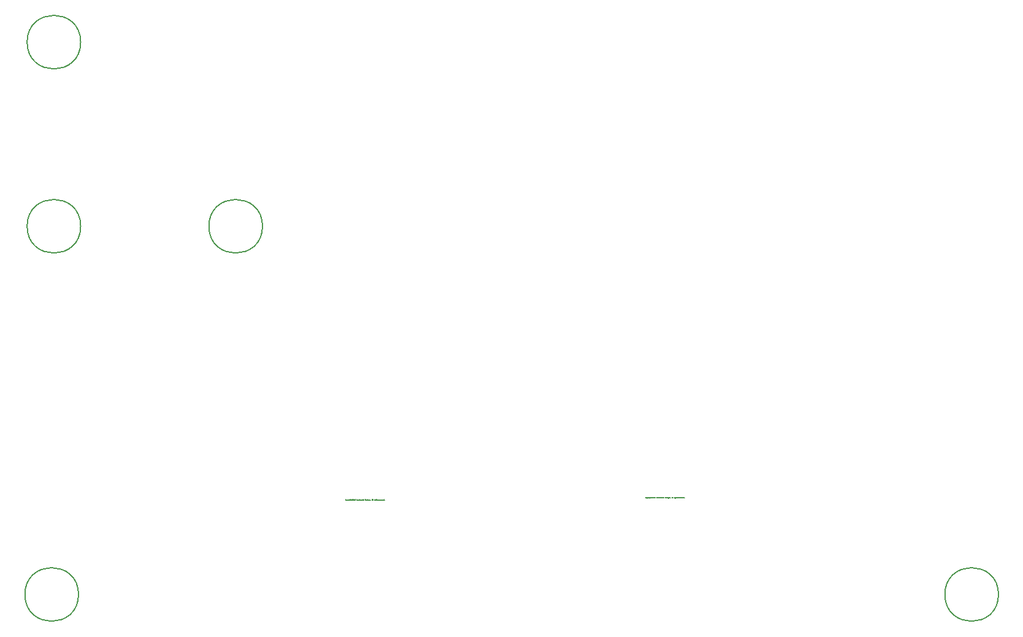
<source format=gbr>
%TF.GenerationSoftware,KiCad,Pcbnew,(6.0.6)*%
%TF.CreationDate,2022-07-22T12:53:21-04:00*%
%TF.ProjectId,BBB_16,4242425f-3136-42e6-9b69-6361645f7063,v2*%
%TF.SameCoordinates,Original*%
%TF.FileFunction,Other,Comment*%
%FSLAX46Y46*%
G04 Gerber Fmt 4.6, Leading zero omitted, Abs format (unit mm)*
G04 Created by KiCad (PCBNEW (6.0.6)) date 2022-07-22 12:53:21*
%MOMM*%
%LPD*%
G01*
G04 APERTURE LIST*
%ADD10C,0.002000*%
%ADD11C,0.150000*%
G04 APERTURE END LIST*
D10*
%TO.C,U4*%
X163096166Y-103770157D02*
X163090119Y-103776204D01*
X163071976Y-103782252D01*
X163059880Y-103782252D01*
X163041738Y-103776204D01*
X163029642Y-103764109D01*
X163023595Y-103752014D01*
X163017547Y-103727823D01*
X163017547Y-103709680D01*
X163023595Y-103685490D01*
X163029642Y-103673395D01*
X163041738Y-103661300D01*
X163059880Y-103655252D01*
X163071976Y-103655252D01*
X163090119Y-103661300D01*
X163096166Y-103667347D01*
X163168738Y-103782252D02*
X163156642Y-103776204D01*
X163150595Y-103770157D01*
X163144547Y-103758061D01*
X163144547Y-103721776D01*
X163150595Y-103709680D01*
X163156642Y-103703633D01*
X163168738Y-103697585D01*
X163186880Y-103697585D01*
X163198976Y-103703633D01*
X163205023Y-103709680D01*
X163211071Y-103721776D01*
X163211071Y-103758061D01*
X163205023Y-103770157D01*
X163198976Y-103776204D01*
X163186880Y-103782252D01*
X163168738Y-103782252D01*
X163265500Y-103697585D02*
X163265500Y-103824585D01*
X163265500Y-103703633D02*
X163277595Y-103697585D01*
X163301785Y-103697585D01*
X163313880Y-103703633D01*
X163319928Y-103709680D01*
X163325976Y-103721776D01*
X163325976Y-103758061D01*
X163319928Y-103770157D01*
X163313880Y-103776204D01*
X163301785Y-103782252D01*
X163277595Y-103782252D01*
X163265500Y-103776204D01*
X163368309Y-103697585D02*
X163398547Y-103782252D01*
X163428785Y-103697585D02*
X163398547Y-103782252D01*
X163386452Y-103812490D01*
X163380404Y-103818538D01*
X163368309Y-103824585D01*
X163477166Y-103782252D02*
X163477166Y-103697585D01*
X163477166Y-103721776D02*
X163483214Y-103709680D01*
X163489261Y-103703633D01*
X163501357Y-103697585D01*
X163513452Y-103697585D01*
X163555785Y-103782252D02*
X163555785Y-103697585D01*
X163555785Y-103655252D02*
X163549738Y-103661300D01*
X163555785Y-103667347D01*
X163561833Y-103661300D01*
X163555785Y-103655252D01*
X163555785Y-103667347D01*
X163670690Y-103697585D02*
X163670690Y-103800395D01*
X163664642Y-103812490D01*
X163658595Y-103818538D01*
X163646500Y-103824585D01*
X163628357Y-103824585D01*
X163616261Y-103818538D01*
X163670690Y-103776204D02*
X163658595Y-103782252D01*
X163634404Y-103782252D01*
X163622309Y-103776204D01*
X163616261Y-103770157D01*
X163610214Y-103758061D01*
X163610214Y-103721776D01*
X163616261Y-103709680D01*
X163622309Y-103703633D01*
X163634404Y-103697585D01*
X163658595Y-103697585D01*
X163670690Y-103703633D01*
X163731166Y-103782252D02*
X163731166Y-103655252D01*
X163785595Y-103782252D02*
X163785595Y-103715728D01*
X163779547Y-103703633D01*
X163767452Y-103697585D01*
X163749309Y-103697585D01*
X163737214Y-103703633D01*
X163731166Y-103709680D01*
X163827928Y-103697585D02*
X163876309Y-103697585D01*
X163846071Y-103655252D02*
X163846071Y-103764109D01*
X163852119Y-103776204D01*
X163864214Y-103782252D01*
X163876309Y-103782252D01*
X164009357Y-103667347D02*
X164015404Y-103661300D01*
X164027500Y-103655252D01*
X164057738Y-103655252D01*
X164069833Y-103661300D01*
X164075880Y-103667347D01*
X164081928Y-103679442D01*
X164081928Y-103691538D01*
X164075880Y-103709680D01*
X164003309Y-103782252D01*
X164081928Y-103782252D01*
X164160547Y-103655252D02*
X164172642Y-103655252D01*
X164184738Y-103661300D01*
X164190785Y-103667347D01*
X164196833Y-103679442D01*
X164202880Y-103703633D01*
X164202880Y-103733871D01*
X164196833Y-103758061D01*
X164190785Y-103770157D01*
X164184738Y-103776204D01*
X164172642Y-103782252D01*
X164160547Y-103782252D01*
X164148452Y-103776204D01*
X164142404Y-103770157D01*
X164136357Y-103758061D01*
X164130309Y-103733871D01*
X164130309Y-103703633D01*
X164136357Y-103679442D01*
X164142404Y-103667347D01*
X164148452Y-103661300D01*
X164160547Y-103655252D01*
X164323833Y-103782252D02*
X164251261Y-103782252D01*
X164287547Y-103782252D02*
X164287547Y-103655252D01*
X164275452Y-103673395D01*
X164263357Y-103685490D01*
X164251261Y-103691538D01*
X164432690Y-103655252D02*
X164408500Y-103655252D01*
X164396404Y-103661300D01*
X164390357Y-103667347D01*
X164378261Y-103685490D01*
X164372214Y-103709680D01*
X164372214Y-103758061D01*
X164378261Y-103770157D01*
X164384309Y-103776204D01*
X164396404Y-103782252D01*
X164420595Y-103782252D01*
X164432690Y-103776204D01*
X164438738Y-103770157D01*
X164444785Y-103758061D01*
X164444785Y-103727823D01*
X164438738Y-103715728D01*
X164432690Y-103709680D01*
X164420595Y-103703633D01*
X164396404Y-103703633D01*
X164384309Y-103709680D01*
X164378261Y-103715728D01*
X164372214Y-103727823D01*
X164589928Y-103745966D02*
X164650404Y-103745966D01*
X164577833Y-103782252D02*
X164620166Y-103655252D01*
X164662500Y-103782252D01*
X164759261Y-103776204D02*
X164747166Y-103782252D01*
X164722976Y-103782252D01*
X164710880Y-103776204D01*
X164704833Y-103770157D01*
X164698785Y-103758061D01*
X164698785Y-103721776D01*
X164704833Y-103709680D01*
X164710880Y-103703633D01*
X164722976Y-103697585D01*
X164747166Y-103697585D01*
X164759261Y-103703633D01*
X164868119Y-103776204D02*
X164856023Y-103782252D01*
X164831833Y-103782252D01*
X164819738Y-103776204D01*
X164813690Y-103770157D01*
X164807642Y-103758061D01*
X164807642Y-103721776D01*
X164813690Y-103709680D01*
X164819738Y-103703633D01*
X164831833Y-103697585D01*
X164856023Y-103697585D01*
X164868119Y-103703633D01*
X164970928Y-103776204D02*
X164958833Y-103782252D01*
X164934642Y-103782252D01*
X164922547Y-103776204D01*
X164916500Y-103764109D01*
X164916500Y-103715728D01*
X164922547Y-103703633D01*
X164934642Y-103697585D01*
X164958833Y-103697585D01*
X164970928Y-103703633D01*
X164976976Y-103715728D01*
X164976976Y-103727823D01*
X164916500Y-103739919D01*
X165049547Y-103782252D02*
X165037452Y-103776204D01*
X165031404Y-103764109D01*
X165031404Y-103655252D01*
X165146309Y-103776204D02*
X165134214Y-103782252D01*
X165110023Y-103782252D01*
X165097928Y-103776204D01*
X165091880Y-103764109D01*
X165091880Y-103715728D01*
X165097928Y-103703633D01*
X165110023Y-103697585D01*
X165134214Y-103697585D01*
X165146309Y-103703633D01*
X165152357Y-103715728D01*
X165152357Y-103727823D01*
X165091880Y-103739919D01*
X165206785Y-103782252D02*
X165206785Y-103697585D01*
X165206785Y-103721776D02*
X165212833Y-103709680D01*
X165218880Y-103703633D01*
X165230976Y-103697585D01*
X165243071Y-103697585D01*
X165339833Y-103782252D02*
X165339833Y-103715728D01*
X165333785Y-103703633D01*
X165321690Y-103697585D01*
X165297500Y-103697585D01*
X165285404Y-103703633D01*
X165339833Y-103776204D02*
X165327738Y-103782252D01*
X165297500Y-103782252D01*
X165285404Y-103776204D01*
X165279357Y-103764109D01*
X165279357Y-103752014D01*
X165285404Y-103739919D01*
X165297500Y-103733871D01*
X165327738Y-103733871D01*
X165339833Y-103727823D01*
X165382166Y-103697585D02*
X165430547Y-103697585D01*
X165400309Y-103655252D02*
X165400309Y-103764109D01*
X165406357Y-103776204D01*
X165418452Y-103782252D01*
X165430547Y-103782252D01*
X165521261Y-103776204D02*
X165509166Y-103782252D01*
X165484976Y-103782252D01*
X165472880Y-103776204D01*
X165466833Y-103764109D01*
X165466833Y-103715728D01*
X165472880Y-103703633D01*
X165484976Y-103697585D01*
X165509166Y-103697585D01*
X165521261Y-103703633D01*
X165527309Y-103715728D01*
X165527309Y-103727823D01*
X165466833Y-103739919D01*
X165636166Y-103782252D02*
X165636166Y-103655252D01*
X165636166Y-103776204D02*
X165624071Y-103782252D01*
X165599880Y-103782252D01*
X165587785Y-103776204D01*
X165581738Y-103770157D01*
X165575690Y-103758061D01*
X165575690Y-103721776D01*
X165581738Y-103709680D01*
X165587785Y-103703633D01*
X165599880Y-103697585D01*
X165624071Y-103697585D01*
X165636166Y-103703633D01*
X165793404Y-103782252D02*
X165793404Y-103655252D01*
X165823642Y-103655252D01*
X165841785Y-103661300D01*
X165853880Y-103673395D01*
X165859928Y-103685490D01*
X165865976Y-103709680D01*
X165865976Y-103727823D01*
X165859928Y-103752014D01*
X165853880Y-103764109D01*
X165841785Y-103776204D01*
X165823642Y-103782252D01*
X165793404Y-103782252D01*
X165968785Y-103776204D02*
X165956690Y-103782252D01*
X165932500Y-103782252D01*
X165920404Y-103776204D01*
X165914357Y-103764109D01*
X165914357Y-103715728D01*
X165920404Y-103703633D01*
X165932500Y-103697585D01*
X165956690Y-103697585D01*
X165968785Y-103703633D01*
X165974833Y-103715728D01*
X165974833Y-103727823D01*
X165914357Y-103739919D01*
X166023214Y-103776204D02*
X166035309Y-103782252D01*
X166059500Y-103782252D01*
X166071595Y-103776204D01*
X166077642Y-103764109D01*
X166077642Y-103758061D01*
X166071595Y-103745966D01*
X166059500Y-103739919D01*
X166041357Y-103739919D01*
X166029261Y-103733871D01*
X166023214Y-103721776D01*
X166023214Y-103715728D01*
X166029261Y-103703633D01*
X166041357Y-103697585D01*
X166059500Y-103697585D01*
X166071595Y-103703633D01*
X166132071Y-103782252D02*
X166132071Y-103697585D01*
X166132071Y-103655252D02*
X166126023Y-103661300D01*
X166132071Y-103667347D01*
X166138119Y-103661300D01*
X166132071Y-103655252D01*
X166132071Y-103667347D01*
X166246976Y-103697585D02*
X166246976Y-103800395D01*
X166240928Y-103812490D01*
X166234880Y-103818538D01*
X166222785Y-103824585D01*
X166204642Y-103824585D01*
X166192547Y-103818538D01*
X166246976Y-103776204D02*
X166234880Y-103782252D01*
X166210690Y-103782252D01*
X166198595Y-103776204D01*
X166192547Y-103770157D01*
X166186500Y-103758061D01*
X166186500Y-103721776D01*
X166192547Y-103709680D01*
X166198595Y-103703633D01*
X166210690Y-103697585D01*
X166234880Y-103697585D01*
X166246976Y-103703633D01*
X166307452Y-103697585D02*
X166307452Y-103782252D01*
X166307452Y-103709680D02*
X166313500Y-103703633D01*
X166325595Y-103697585D01*
X166343738Y-103697585D01*
X166355833Y-103703633D01*
X166361880Y-103715728D01*
X166361880Y-103782252D01*
X166416309Y-103776204D02*
X166428404Y-103782252D01*
X166452595Y-103782252D01*
X166464690Y-103776204D01*
X166470738Y-103764109D01*
X166470738Y-103758061D01*
X166464690Y-103745966D01*
X166452595Y-103739919D01*
X166434452Y-103739919D01*
X166422357Y-103733871D01*
X166416309Y-103721776D01*
X166416309Y-103715728D01*
X166422357Y-103703633D01*
X166434452Y-103697585D01*
X166452595Y-103697585D01*
X166464690Y-103703633D01*
X166525166Y-103770157D02*
X166531214Y-103776204D01*
X166525166Y-103782252D01*
X166519119Y-103776204D01*
X166525166Y-103770157D01*
X166525166Y-103782252D01*
X166676357Y-103745966D02*
X166736833Y-103745966D01*
X166664261Y-103782252D02*
X166706595Y-103655252D01*
X166748928Y-103782252D01*
X166809404Y-103782252D02*
X166797309Y-103776204D01*
X166791261Y-103764109D01*
X166791261Y-103655252D01*
X166875928Y-103782252D02*
X166863833Y-103776204D01*
X166857785Y-103764109D01*
X166857785Y-103655252D01*
X167021071Y-103782252D02*
X167021071Y-103697585D01*
X167021071Y-103721776D02*
X167027119Y-103709680D01*
X167033166Y-103703633D01*
X167045261Y-103697585D01*
X167057357Y-103697585D01*
X167099690Y-103782252D02*
X167099690Y-103697585D01*
X167099690Y-103655252D02*
X167093642Y-103661300D01*
X167099690Y-103667347D01*
X167105738Y-103661300D01*
X167099690Y-103655252D01*
X167099690Y-103667347D01*
X167214595Y-103697585D02*
X167214595Y-103800395D01*
X167208547Y-103812490D01*
X167202500Y-103818538D01*
X167190404Y-103824585D01*
X167172261Y-103824585D01*
X167160166Y-103818538D01*
X167214595Y-103776204D02*
X167202500Y-103782252D01*
X167178309Y-103782252D01*
X167166214Y-103776204D01*
X167160166Y-103770157D01*
X167154119Y-103758061D01*
X167154119Y-103721776D01*
X167160166Y-103709680D01*
X167166214Y-103703633D01*
X167178309Y-103697585D01*
X167202500Y-103697585D01*
X167214595Y-103703633D01*
X167275071Y-103782252D02*
X167275071Y-103655252D01*
X167329500Y-103782252D02*
X167329500Y-103715728D01*
X167323452Y-103703633D01*
X167311357Y-103697585D01*
X167293214Y-103697585D01*
X167281119Y-103703633D01*
X167275071Y-103709680D01*
X167371833Y-103697585D02*
X167420214Y-103697585D01*
X167389976Y-103655252D02*
X167389976Y-103764109D01*
X167396023Y-103776204D01*
X167408119Y-103782252D01*
X167420214Y-103782252D01*
X167456500Y-103776204D02*
X167468595Y-103782252D01*
X167492785Y-103782252D01*
X167504880Y-103776204D01*
X167510928Y-103764109D01*
X167510928Y-103758061D01*
X167504880Y-103745966D01*
X167492785Y-103739919D01*
X167474642Y-103739919D01*
X167462547Y-103733871D01*
X167456500Y-103721776D01*
X167456500Y-103715728D01*
X167462547Y-103703633D01*
X167474642Y-103697585D01*
X167492785Y-103697585D01*
X167504880Y-103703633D01*
X167662119Y-103782252D02*
X167662119Y-103697585D01*
X167662119Y-103721776D02*
X167668166Y-103709680D01*
X167674214Y-103703633D01*
X167686309Y-103697585D01*
X167698404Y-103697585D01*
X167789119Y-103776204D02*
X167777023Y-103782252D01*
X167752833Y-103782252D01*
X167740738Y-103776204D01*
X167734690Y-103764109D01*
X167734690Y-103715728D01*
X167740738Y-103703633D01*
X167752833Y-103697585D01*
X167777023Y-103697585D01*
X167789119Y-103703633D01*
X167795166Y-103715728D01*
X167795166Y-103727823D01*
X167734690Y-103739919D01*
X167843547Y-103776204D02*
X167855642Y-103782252D01*
X167879833Y-103782252D01*
X167891928Y-103776204D01*
X167897976Y-103764109D01*
X167897976Y-103758061D01*
X167891928Y-103745966D01*
X167879833Y-103739919D01*
X167861690Y-103739919D01*
X167849595Y-103733871D01*
X167843547Y-103721776D01*
X167843547Y-103715728D01*
X167849595Y-103703633D01*
X167861690Y-103697585D01*
X167879833Y-103697585D01*
X167891928Y-103703633D01*
X168000785Y-103776204D02*
X167988690Y-103782252D01*
X167964500Y-103782252D01*
X167952404Y-103776204D01*
X167946357Y-103764109D01*
X167946357Y-103715728D01*
X167952404Y-103703633D01*
X167964500Y-103697585D01*
X167988690Y-103697585D01*
X168000785Y-103703633D01*
X168006833Y-103715728D01*
X168006833Y-103727823D01*
X167946357Y-103739919D01*
X168061261Y-103782252D02*
X168061261Y-103697585D01*
X168061261Y-103721776D02*
X168067309Y-103709680D01*
X168073357Y-103703633D01*
X168085452Y-103697585D01*
X168097547Y-103697585D01*
X168127785Y-103697585D02*
X168158023Y-103782252D01*
X168188261Y-103697585D01*
X168285023Y-103776204D02*
X168272928Y-103782252D01*
X168248738Y-103782252D01*
X168236642Y-103776204D01*
X168230595Y-103764109D01*
X168230595Y-103715728D01*
X168236642Y-103703633D01*
X168248738Y-103697585D01*
X168272928Y-103697585D01*
X168285023Y-103703633D01*
X168291071Y-103715728D01*
X168291071Y-103727823D01*
X168230595Y-103739919D01*
X168399928Y-103782252D02*
X168399928Y-103655252D01*
X168399928Y-103776204D02*
X168387833Y-103782252D01*
X168363642Y-103782252D01*
X168351547Y-103776204D01*
X168345500Y-103770157D01*
X168339452Y-103758061D01*
X168339452Y-103721776D01*
X168345500Y-103709680D01*
X168351547Y-103703633D01*
X168363642Y-103697585D01*
X168387833Y-103697585D01*
X168399928Y-103703633D01*
X168460404Y-103770157D02*
X168466452Y-103776204D01*
X168460404Y-103782252D01*
X168454357Y-103776204D01*
X168460404Y-103770157D01*
X168460404Y-103782252D01*
%TO.C,U3*%
X121696166Y-104095157D02*
X121690119Y-104101204D01*
X121671976Y-104107252D01*
X121659880Y-104107252D01*
X121641738Y-104101204D01*
X121629642Y-104089109D01*
X121623595Y-104077014D01*
X121617547Y-104052823D01*
X121617547Y-104034680D01*
X121623595Y-104010490D01*
X121629642Y-103998395D01*
X121641738Y-103986300D01*
X121659880Y-103980252D01*
X121671976Y-103980252D01*
X121690119Y-103986300D01*
X121696166Y-103992347D01*
X121768738Y-104107252D02*
X121756642Y-104101204D01*
X121750595Y-104095157D01*
X121744547Y-104083061D01*
X121744547Y-104046776D01*
X121750595Y-104034680D01*
X121756642Y-104028633D01*
X121768738Y-104022585D01*
X121786880Y-104022585D01*
X121798976Y-104028633D01*
X121805023Y-104034680D01*
X121811071Y-104046776D01*
X121811071Y-104083061D01*
X121805023Y-104095157D01*
X121798976Y-104101204D01*
X121786880Y-104107252D01*
X121768738Y-104107252D01*
X121865500Y-104022585D02*
X121865500Y-104149585D01*
X121865500Y-104028633D02*
X121877595Y-104022585D01*
X121901785Y-104022585D01*
X121913880Y-104028633D01*
X121919928Y-104034680D01*
X121925976Y-104046776D01*
X121925976Y-104083061D01*
X121919928Y-104095157D01*
X121913880Y-104101204D01*
X121901785Y-104107252D01*
X121877595Y-104107252D01*
X121865500Y-104101204D01*
X121968309Y-104022585D02*
X121998547Y-104107252D01*
X122028785Y-104022585D02*
X121998547Y-104107252D01*
X121986452Y-104137490D01*
X121980404Y-104143538D01*
X121968309Y-104149585D01*
X122077166Y-104107252D02*
X122077166Y-104022585D01*
X122077166Y-104046776D02*
X122083214Y-104034680D01*
X122089261Y-104028633D01*
X122101357Y-104022585D01*
X122113452Y-104022585D01*
X122155785Y-104107252D02*
X122155785Y-104022585D01*
X122155785Y-103980252D02*
X122149738Y-103986300D01*
X122155785Y-103992347D01*
X122161833Y-103986300D01*
X122155785Y-103980252D01*
X122155785Y-103992347D01*
X122270690Y-104022585D02*
X122270690Y-104125395D01*
X122264642Y-104137490D01*
X122258595Y-104143538D01*
X122246500Y-104149585D01*
X122228357Y-104149585D01*
X122216261Y-104143538D01*
X122270690Y-104101204D02*
X122258595Y-104107252D01*
X122234404Y-104107252D01*
X122222309Y-104101204D01*
X122216261Y-104095157D01*
X122210214Y-104083061D01*
X122210214Y-104046776D01*
X122216261Y-104034680D01*
X122222309Y-104028633D01*
X122234404Y-104022585D01*
X122258595Y-104022585D01*
X122270690Y-104028633D01*
X122331166Y-104107252D02*
X122331166Y-103980252D01*
X122385595Y-104107252D02*
X122385595Y-104040728D01*
X122379547Y-104028633D01*
X122367452Y-104022585D01*
X122349309Y-104022585D01*
X122337214Y-104028633D01*
X122331166Y-104034680D01*
X122427928Y-104022585D02*
X122476309Y-104022585D01*
X122446071Y-103980252D02*
X122446071Y-104089109D01*
X122452119Y-104101204D01*
X122464214Y-104107252D01*
X122476309Y-104107252D01*
X122609357Y-103992347D02*
X122615404Y-103986300D01*
X122627500Y-103980252D01*
X122657738Y-103980252D01*
X122669833Y-103986300D01*
X122675880Y-103992347D01*
X122681928Y-104004442D01*
X122681928Y-104016538D01*
X122675880Y-104034680D01*
X122603309Y-104107252D01*
X122681928Y-104107252D01*
X122760547Y-103980252D02*
X122772642Y-103980252D01*
X122784738Y-103986300D01*
X122790785Y-103992347D01*
X122796833Y-104004442D01*
X122802880Y-104028633D01*
X122802880Y-104058871D01*
X122796833Y-104083061D01*
X122790785Y-104095157D01*
X122784738Y-104101204D01*
X122772642Y-104107252D01*
X122760547Y-104107252D01*
X122748452Y-104101204D01*
X122742404Y-104095157D01*
X122736357Y-104083061D01*
X122730309Y-104058871D01*
X122730309Y-104028633D01*
X122736357Y-104004442D01*
X122742404Y-103992347D01*
X122748452Y-103986300D01*
X122760547Y-103980252D01*
X122923833Y-104107252D02*
X122851261Y-104107252D01*
X122887547Y-104107252D02*
X122887547Y-103980252D01*
X122875452Y-103998395D01*
X122863357Y-104010490D01*
X122851261Y-104016538D01*
X123032690Y-103980252D02*
X123008500Y-103980252D01*
X122996404Y-103986300D01*
X122990357Y-103992347D01*
X122978261Y-104010490D01*
X122972214Y-104034680D01*
X122972214Y-104083061D01*
X122978261Y-104095157D01*
X122984309Y-104101204D01*
X122996404Y-104107252D01*
X123020595Y-104107252D01*
X123032690Y-104101204D01*
X123038738Y-104095157D01*
X123044785Y-104083061D01*
X123044785Y-104052823D01*
X123038738Y-104040728D01*
X123032690Y-104034680D01*
X123020595Y-104028633D01*
X122996404Y-104028633D01*
X122984309Y-104034680D01*
X122978261Y-104040728D01*
X122972214Y-104052823D01*
X123189928Y-104070966D02*
X123250404Y-104070966D01*
X123177833Y-104107252D02*
X123220166Y-103980252D01*
X123262500Y-104107252D01*
X123359261Y-104101204D02*
X123347166Y-104107252D01*
X123322976Y-104107252D01*
X123310880Y-104101204D01*
X123304833Y-104095157D01*
X123298785Y-104083061D01*
X123298785Y-104046776D01*
X123304833Y-104034680D01*
X123310880Y-104028633D01*
X123322976Y-104022585D01*
X123347166Y-104022585D01*
X123359261Y-104028633D01*
X123468119Y-104101204D02*
X123456023Y-104107252D01*
X123431833Y-104107252D01*
X123419738Y-104101204D01*
X123413690Y-104095157D01*
X123407642Y-104083061D01*
X123407642Y-104046776D01*
X123413690Y-104034680D01*
X123419738Y-104028633D01*
X123431833Y-104022585D01*
X123456023Y-104022585D01*
X123468119Y-104028633D01*
X123570928Y-104101204D02*
X123558833Y-104107252D01*
X123534642Y-104107252D01*
X123522547Y-104101204D01*
X123516500Y-104089109D01*
X123516500Y-104040728D01*
X123522547Y-104028633D01*
X123534642Y-104022585D01*
X123558833Y-104022585D01*
X123570928Y-104028633D01*
X123576976Y-104040728D01*
X123576976Y-104052823D01*
X123516500Y-104064919D01*
X123649547Y-104107252D02*
X123637452Y-104101204D01*
X123631404Y-104089109D01*
X123631404Y-103980252D01*
X123746309Y-104101204D02*
X123734214Y-104107252D01*
X123710023Y-104107252D01*
X123697928Y-104101204D01*
X123691880Y-104089109D01*
X123691880Y-104040728D01*
X123697928Y-104028633D01*
X123710023Y-104022585D01*
X123734214Y-104022585D01*
X123746309Y-104028633D01*
X123752357Y-104040728D01*
X123752357Y-104052823D01*
X123691880Y-104064919D01*
X123806785Y-104107252D02*
X123806785Y-104022585D01*
X123806785Y-104046776D02*
X123812833Y-104034680D01*
X123818880Y-104028633D01*
X123830976Y-104022585D01*
X123843071Y-104022585D01*
X123939833Y-104107252D02*
X123939833Y-104040728D01*
X123933785Y-104028633D01*
X123921690Y-104022585D01*
X123897500Y-104022585D01*
X123885404Y-104028633D01*
X123939833Y-104101204D02*
X123927738Y-104107252D01*
X123897500Y-104107252D01*
X123885404Y-104101204D01*
X123879357Y-104089109D01*
X123879357Y-104077014D01*
X123885404Y-104064919D01*
X123897500Y-104058871D01*
X123927738Y-104058871D01*
X123939833Y-104052823D01*
X123982166Y-104022585D02*
X124030547Y-104022585D01*
X124000309Y-103980252D02*
X124000309Y-104089109D01*
X124006357Y-104101204D01*
X124018452Y-104107252D01*
X124030547Y-104107252D01*
X124121261Y-104101204D02*
X124109166Y-104107252D01*
X124084976Y-104107252D01*
X124072880Y-104101204D01*
X124066833Y-104089109D01*
X124066833Y-104040728D01*
X124072880Y-104028633D01*
X124084976Y-104022585D01*
X124109166Y-104022585D01*
X124121261Y-104028633D01*
X124127309Y-104040728D01*
X124127309Y-104052823D01*
X124066833Y-104064919D01*
X124236166Y-104107252D02*
X124236166Y-103980252D01*
X124236166Y-104101204D02*
X124224071Y-104107252D01*
X124199880Y-104107252D01*
X124187785Y-104101204D01*
X124181738Y-104095157D01*
X124175690Y-104083061D01*
X124175690Y-104046776D01*
X124181738Y-104034680D01*
X124187785Y-104028633D01*
X124199880Y-104022585D01*
X124224071Y-104022585D01*
X124236166Y-104028633D01*
X124393404Y-104107252D02*
X124393404Y-103980252D01*
X124423642Y-103980252D01*
X124441785Y-103986300D01*
X124453880Y-103998395D01*
X124459928Y-104010490D01*
X124465976Y-104034680D01*
X124465976Y-104052823D01*
X124459928Y-104077014D01*
X124453880Y-104089109D01*
X124441785Y-104101204D01*
X124423642Y-104107252D01*
X124393404Y-104107252D01*
X124568785Y-104101204D02*
X124556690Y-104107252D01*
X124532500Y-104107252D01*
X124520404Y-104101204D01*
X124514357Y-104089109D01*
X124514357Y-104040728D01*
X124520404Y-104028633D01*
X124532500Y-104022585D01*
X124556690Y-104022585D01*
X124568785Y-104028633D01*
X124574833Y-104040728D01*
X124574833Y-104052823D01*
X124514357Y-104064919D01*
X124623214Y-104101204D02*
X124635309Y-104107252D01*
X124659500Y-104107252D01*
X124671595Y-104101204D01*
X124677642Y-104089109D01*
X124677642Y-104083061D01*
X124671595Y-104070966D01*
X124659500Y-104064919D01*
X124641357Y-104064919D01*
X124629261Y-104058871D01*
X124623214Y-104046776D01*
X124623214Y-104040728D01*
X124629261Y-104028633D01*
X124641357Y-104022585D01*
X124659500Y-104022585D01*
X124671595Y-104028633D01*
X124732071Y-104107252D02*
X124732071Y-104022585D01*
X124732071Y-103980252D02*
X124726023Y-103986300D01*
X124732071Y-103992347D01*
X124738119Y-103986300D01*
X124732071Y-103980252D01*
X124732071Y-103992347D01*
X124846976Y-104022585D02*
X124846976Y-104125395D01*
X124840928Y-104137490D01*
X124834880Y-104143538D01*
X124822785Y-104149585D01*
X124804642Y-104149585D01*
X124792547Y-104143538D01*
X124846976Y-104101204D02*
X124834880Y-104107252D01*
X124810690Y-104107252D01*
X124798595Y-104101204D01*
X124792547Y-104095157D01*
X124786500Y-104083061D01*
X124786500Y-104046776D01*
X124792547Y-104034680D01*
X124798595Y-104028633D01*
X124810690Y-104022585D01*
X124834880Y-104022585D01*
X124846976Y-104028633D01*
X124907452Y-104022585D02*
X124907452Y-104107252D01*
X124907452Y-104034680D02*
X124913500Y-104028633D01*
X124925595Y-104022585D01*
X124943738Y-104022585D01*
X124955833Y-104028633D01*
X124961880Y-104040728D01*
X124961880Y-104107252D01*
X125016309Y-104101204D02*
X125028404Y-104107252D01*
X125052595Y-104107252D01*
X125064690Y-104101204D01*
X125070738Y-104089109D01*
X125070738Y-104083061D01*
X125064690Y-104070966D01*
X125052595Y-104064919D01*
X125034452Y-104064919D01*
X125022357Y-104058871D01*
X125016309Y-104046776D01*
X125016309Y-104040728D01*
X125022357Y-104028633D01*
X125034452Y-104022585D01*
X125052595Y-104022585D01*
X125064690Y-104028633D01*
X125125166Y-104095157D02*
X125131214Y-104101204D01*
X125125166Y-104107252D01*
X125119119Y-104101204D01*
X125125166Y-104095157D01*
X125125166Y-104107252D01*
X125276357Y-104070966D02*
X125336833Y-104070966D01*
X125264261Y-104107252D02*
X125306595Y-103980252D01*
X125348928Y-104107252D01*
X125409404Y-104107252D02*
X125397309Y-104101204D01*
X125391261Y-104089109D01*
X125391261Y-103980252D01*
X125475928Y-104107252D02*
X125463833Y-104101204D01*
X125457785Y-104089109D01*
X125457785Y-103980252D01*
X125621071Y-104107252D02*
X125621071Y-104022585D01*
X125621071Y-104046776D02*
X125627119Y-104034680D01*
X125633166Y-104028633D01*
X125645261Y-104022585D01*
X125657357Y-104022585D01*
X125699690Y-104107252D02*
X125699690Y-104022585D01*
X125699690Y-103980252D02*
X125693642Y-103986300D01*
X125699690Y-103992347D01*
X125705738Y-103986300D01*
X125699690Y-103980252D01*
X125699690Y-103992347D01*
X125814595Y-104022585D02*
X125814595Y-104125395D01*
X125808547Y-104137490D01*
X125802500Y-104143538D01*
X125790404Y-104149585D01*
X125772261Y-104149585D01*
X125760166Y-104143538D01*
X125814595Y-104101204D02*
X125802500Y-104107252D01*
X125778309Y-104107252D01*
X125766214Y-104101204D01*
X125760166Y-104095157D01*
X125754119Y-104083061D01*
X125754119Y-104046776D01*
X125760166Y-104034680D01*
X125766214Y-104028633D01*
X125778309Y-104022585D01*
X125802500Y-104022585D01*
X125814595Y-104028633D01*
X125875071Y-104107252D02*
X125875071Y-103980252D01*
X125929500Y-104107252D02*
X125929500Y-104040728D01*
X125923452Y-104028633D01*
X125911357Y-104022585D01*
X125893214Y-104022585D01*
X125881119Y-104028633D01*
X125875071Y-104034680D01*
X125971833Y-104022585D02*
X126020214Y-104022585D01*
X125989976Y-103980252D02*
X125989976Y-104089109D01*
X125996023Y-104101204D01*
X126008119Y-104107252D01*
X126020214Y-104107252D01*
X126056500Y-104101204D02*
X126068595Y-104107252D01*
X126092785Y-104107252D01*
X126104880Y-104101204D01*
X126110928Y-104089109D01*
X126110928Y-104083061D01*
X126104880Y-104070966D01*
X126092785Y-104064919D01*
X126074642Y-104064919D01*
X126062547Y-104058871D01*
X126056500Y-104046776D01*
X126056500Y-104040728D01*
X126062547Y-104028633D01*
X126074642Y-104022585D01*
X126092785Y-104022585D01*
X126104880Y-104028633D01*
X126262119Y-104107252D02*
X126262119Y-104022585D01*
X126262119Y-104046776D02*
X126268166Y-104034680D01*
X126274214Y-104028633D01*
X126286309Y-104022585D01*
X126298404Y-104022585D01*
X126389119Y-104101204D02*
X126377023Y-104107252D01*
X126352833Y-104107252D01*
X126340738Y-104101204D01*
X126334690Y-104089109D01*
X126334690Y-104040728D01*
X126340738Y-104028633D01*
X126352833Y-104022585D01*
X126377023Y-104022585D01*
X126389119Y-104028633D01*
X126395166Y-104040728D01*
X126395166Y-104052823D01*
X126334690Y-104064919D01*
X126443547Y-104101204D02*
X126455642Y-104107252D01*
X126479833Y-104107252D01*
X126491928Y-104101204D01*
X126497976Y-104089109D01*
X126497976Y-104083061D01*
X126491928Y-104070966D01*
X126479833Y-104064919D01*
X126461690Y-104064919D01*
X126449595Y-104058871D01*
X126443547Y-104046776D01*
X126443547Y-104040728D01*
X126449595Y-104028633D01*
X126461690Y-104022585D01*
X126479833Y-104022585D01*
X126491928Y-104028633D01*
X126600785Y-104101204D02*
X126588690Y-104107252D01*
X126564500Y-104107252D01*
X126552404Y-104101204D01*
X126546357Y-104089109D01*
X126546357Y-104040728D01*
X126552404Y-104028633D01*
X126564500Y-104022585D01*
X126588690Y-104022585D01*
X126600785Y-104028633D01*
X126606833Y-104040728D01*
X126606833Y-104052823D01*
X126546357Y-104064919D01*
X126661261Y-104107252D02*
X126661261Y-104022585D01*
X126661261Y-104046776D02*
X126667309Y-104034680D01*
X126673357Y-104028633D01*
X126685452Y-104022585D01*
X126697547Y-104022585D01*
X126727785Y-104022585D02*
X126758023Y-104107252D01*
X126788261Y-104022585D01*
X126885023Y-104101204D02*
X126872928Y-104107252D01*
X126848738Y-104107252D01*
X126836642Y-104101204D01*
X126830595Y-104089109D01*
X126830595Y-104040728D01*
X126836642Y-104028633D01*
X126848738Y-104022585D01*
X126872928Y-104022585D01*
X126885023Y-104028633D01*
X126891071Y-104040728D01*
X126891071Y-104052823D01*
X126830595Y-104064919D01*
X126999928Y-104107252D02*
X126999928Y-103980252D01*
X126999928Y-104101204D02*
X126987833Y-104107252D01*
X126963642Y-104107252D01*
X126951547Y-104101204D01*
X126945500Y-104095157D01*
X126939452Y-104083061D01*
X126939452Y-104046776D01*
X126945500Y-104034680D01*
X126951547Y-104028633D01*
X126963642Y-104022585D01*
X126987833Y-104022585D01*
X126999928Y-104028633D01*
X127060404Y-104095157D02*
X127066452Y-104101204D01*
X127060404Y-104107252D01*
X127054357Y-104101204D01*
X127060404Y-104095157D01*
X127060404Y-104107252D01*
D11*
%TO.C,H4*%
X85127600Y-66318600D02*
G75*
G03*
X85127600Y-66318600I-3700000J0D01*
G01*
%TO.C,H3*%
X110227600Y-66318600D02*
G75*
G03*
X110227600Y-66318600I-3700000J0D01*
G01*
%TO.C,H2*%
X84827600Y-117118600D02*
G75*
G03*
X84827600Y-117118600I-3700000J0D01*
G01*
%TO.C,H1*%
X211827600Y-117118600D02*
G75*
G03*
X211827600Y-117118600I-3700000J0D01*
G01*
%TO.C,H5*%
X85127600Y-40918600D02*
G75*
G03*
X85127600Y-40918600I-3700000J0D01*
G01*
%TD*%
M02*

</source>
